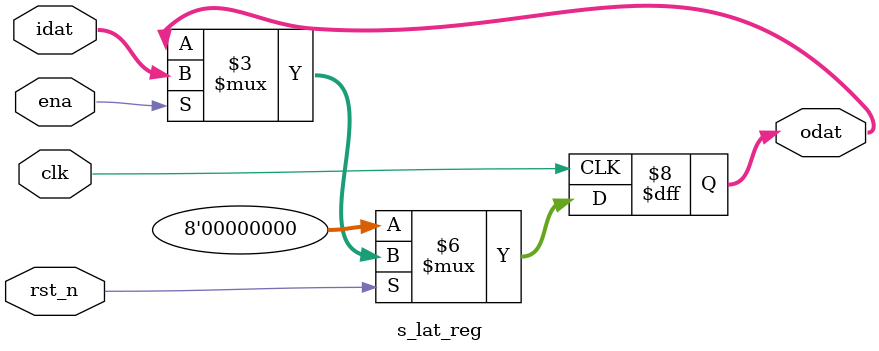
<source format=v>

module s_lat_reg
    (
     clk,
     rst_n,
     ena,
     idat,
     odat
     );

////////////////////////////////////////////////////////////////////////////////
// Parameter declarations
parameter           SIZE = 8;
parameter           RST_VAL = {SIZE{1'b0}};

////////////////////////////////////////////////////////////////////////////////
// Port declarations
input               clk;
input               rst_n;
input               ena;
input [SIZE-1:0]    idat;
output [SIZE-1:0]   odat;

////////////////////////////////////////////////////////////////////////////////
// Local logic and instantiation
reg [SIZE-1:0]      odat;
always @(posedge clk)
    begin
    if (!rst_n)     odat <= RST_VAL;
    else if (ena)   odat <= idat;
    end

endmodule 

</source>
